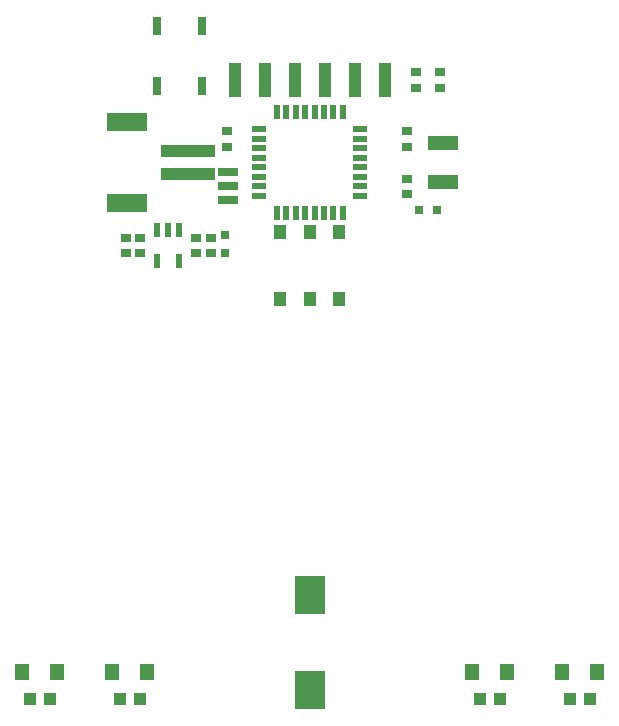
<source format=gbr>
G04 EAGLE Gerber RS-274X export*
G75*
%MOMM*%
%FSLAX34Y34*%
%LPD*%
%INSolderpaste Top*%
%IPPOS*%
%AMOC8*
5,1,8,0,0,1.08239X$1,22.5*%
G01*
%ADD10R,2.500000X3.200000*%
%ADD11R,1.100000X1.000000*%
%ADD12R,1.200000X1.400000*%
%ADD13R,1.270000X0.558800*%
%ADD14R,0.558800X1.270000*%
%ADD15R,0.800000X0.800000*%
%ADD16R,0.900000X0.700000*%
%ADD17R,2.500000X1.200000*%
%ADD18R,1.700000X0.700000*%
%ADD19R,1.000000X3.000000*%
%ADD20R,4.600000X1.000000*%
%ADD21R,3.400000X1.600000*%
%ADD22R,1.000000X1.150000*%
%ADD23R,0.550000X1.200000*%
%ADD24R,0.762000X1.524000*%


D10*
X304800Y99700D03*
X304800Y179700D03*
D11*
X67500Y92210D03*
X84500Y92210D03*
D12*
X91000Y115070D03*
X61000Y115070D03*
D11*
X524700Y92210D03*
X541700Y92210D03*
D12*
X548200Y115070D03*
X518200Y115070D03*
D11*
X448500Y92210D03*
X465500Y92210D03*
D12*
X472000Y115070D03*
X442000Y115070D03*
D11*
X143700Y92210D03*
X160700Y92210D03*
D12*
X167200Y115070D03*
X137200Y115070D03*
D13*
X261874Y574102D03*
X261874Y566102D03*
X261874Y558102D03*
X261874Y550102D03*
X261874Y542102D03*
X261874Y534102D03*
X261874Y526102D03*
X261874Y518102D03*
D14*
X276800Y503176D03*
X284800Y503176D03*
X292800Y503176D03*
X300800Y503176D03*
X308800Y503176D03*
X316800Y503176D03*
X324800Y503176D03*
X332800Y503176D03*
D13*
X347726Y518102D03*
X347726Y526102D03*
X347726Y534102D03*
X347726Y542102D03*
X347726Y550102D03*
X347726Y558102D03*
X347726Y566102D03*
X347726Y574102D03*
D14*
X332800Y589028D03*
X324800Y589028D03*
X316800Y589028D03*
X308800Y589028D03*
X300800Y589028D03*
X292800Y589028D03*
X284800Y589028D03*
X276800Y589028D03*
D15*
X412300Y506101D03*
X397300Y506101D03*
D16*
X387501Y519601D03*
X387501Y532601D03*
X414801Y622601D03*
X414801Y609601D03*
X387501Y572601D03*
X387501Y559601D03*
D17*
X417500Y529601D03*
X417500Y562601D03*
D16*
X234800Y559601D03*
X234800Y572601D03*
D18*
X235800Y538101D03*
X235800Y526101D03*
X235800Y514101D03*
D19*
X292100Y616102D03*
X266700Y616102D03*
X241300Y616102D03*
X317500Y616102D03*
X342900Y616102D03*
X368300Y616102D03*
D16*
X394800Y622602D03*
X394800Y609602D03*
D20*
X201800Y536102D03*
X201800Y556102D03*
D21*
X149800Y512102D03*
X149800Y580102D03*
D22*
X329800Y487351D03*
X304800Y487351D03*
X279800Y487351D03*
X329800Y430851D03*
X304800Y430851D03*
X279800Y430851D03*
D16*
X160800Y469602D03*
X160800Y482602D03*
X148801Y482602D03*
X148801Y469602D03*
D15*
X232801Y484601D03*
X232801Y469601D03*
D16*
X220800Y482601D03*
X220800Y469601D03*
D23*
X194300Y489102D03*
X184800Y489102D03*
X175300Y489102D03*
X175300Y463100D03*
X194300Y463100D03*
D24*
X175751Y610701D03*
X175751Y661501D03*
X213851Y610701D03*
X213851Y661501D03*
D16*
X208800Y469602D03*
X208800Y482602D03*
M02*

</source>
